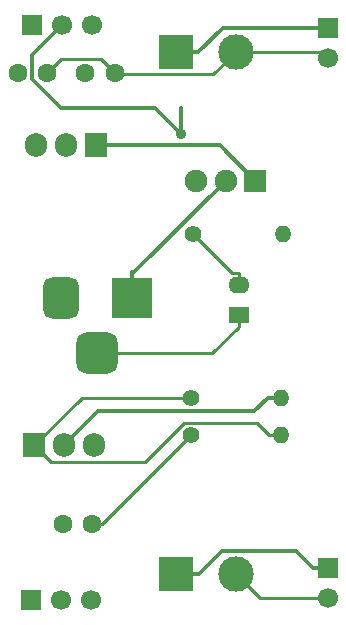
<source format=gbr>
%TF.GenerationSoftware,KiCad,Pcbnew,9.0.1*%
%TF.CreationDate,2025-04-29T00:54:00-03:00*%
%TF.ProjectId,Breadboard Power Supply,42726561-6462-46f6-9172-6420506f7765,rev?*%
%TF.SameCoordinates,Original*%
%TF.FileFunction,Copper,L2,Bot*%
%TF.FilePolarity,Positive*%
%FSLAX46Y46*%
G04 Gerber Fmt 4.6, Leading zero omitted, Abs format (unit mm)*
G04 Created by KiCad (PCBNEW 9.0.1) date 2025-04-29 00:54:00*
%MOMM*%
%LPD*%
G01*
G04 APERTURE LIST*
G04 Aperture macros list*
%AMRoundRect*
0 Rectangle with rounded corners*
0 $1 Rounding radius*
0 $2 $3 $4 $5 $6 $7 $8 $9 X,Y pos of 4 corners*
0 Add a 4 corners polygon primitive as box body*
4,1,4,$2,$3,$4,$5,$6,$7,$8,$9,$2,$3,0*
0 Add four circle primitives for the rounded corners*
1,1,$1+$1,$2,$3*
1,1,$1+$1,$4,$5*
1,1,$1+$1,$6,$7*
1,1,$1+$1,$8,$9*
0 Add four rect primitives between the rounded corners*
20,1,$1+$1,$2,$3,$4,$5,0*
20,1,$1+$1,$4,$5,$6,$7,0*
20,1,$1+$1,$6,$7,$8,$9,0*
20,1,$1+$1,$8,$9,$2,$3,0*%
G04 Aperture macros list end*
%TA.AperFunction,ComponentPad*%
%ADD10R,1.700000X1.700000*%
%TD*%
%TA.AperFunction,ComponentPad*%
%ADD11C,1.700000*%
%TD*%
%TA.AperFunction,ComponentPad*%
%ADD12R,3.500000X3.500000*%
%TD*%
%TA.AperFunction,ComponentPad*%
%ADD13RoundRect,0.750000X-0.750000X-1.000000X0.750000X-1.000000X0.750000X1.000000X-0.750000X1.000000X0*%
%TD*%
%TA.AperFunction,ComponentPad*%
%ADD14RoundRect,0.875000X-0.875000X-0.875000X0.875000X-0.875000X0.875000X0.875000X-0.875000X0.875000X0*%
%TD*%
%TA.AperFunction,ComponentPad*%
%ADD15C,1.600000*%
%TD*%
%TA.AperFunction,ComponentPad*%
%ADD16C,1.400000*%
%TD*%
%TA.AperFunction,ComponentPad*%
%ADD17O,1.400000X1.400000*%
%TD*%
%TA.AperFunction,ComponentPad*%
%ADD18R,1.900000X1.900000*%
%TD*%
%TA.AperFunction,ComponentPad*%
%ADD19C,1.900000*%
%TD*%
%TA.AperFunction,ComponentPad*%
%ADD20R,1.800000X1.400000*%
%TD*%
%TA.AperFunction,ComponentPad*%
%ADD21O,1.800000X1.400000*%
%TD*%
%TA.AperFunction,ComponentPad*%
%ADD22R,3.000000X3.000000*%
%TD*%
%TA.AperFunction,ComponentPad*%
%ADD23C,3.000000*%
%TD*%
%TA.AperFunction,ComponentPad*%
%ADD24R,1.905000X2.000000*%
%TD*%
%TA.AperFunction,ComponentPad*%
%ADD25O,1.905000X2.000000*%
%TD*%
%TA.AperFunction,ViaPad*%
%ADD26C,0.900000*%
%TD*%
%TA.AperFunction,Conductor*%
%ADD27C,0.250000*%
%TD*%
%TA.AperFunction,Conductor*%
%ADD28C,0.350000*%
%TD*%
G04 APERTURE END LIST*
D10*
%TO.P,J1,1,Pin_1*%
%TO.N,/PWR_OUT_BOTTOM*%
X179200000Y-47725000D03*
D11*
%TO.P,J1,2,Pin_2*%
%TO.N,GND*%
X179200000Y-50265000D03*
%TD*%
D12*
%TO.P,J5,1*%
%TO.N,/PWR_input*%
X162600000Y-70600000D03*
D13*
%TO.P,J5,2*%
%TO.N,GND*%
X156600000Y-70600000D03*
D14*
%TO.P,J5,3*%
X159600000Y-75300000D03*
%TD*%
D10*
%TO.P,J3,1,Pin_1*%
%TO.N,/5V*%
X154020000Y-96200000D03*
D11*
%TO.P,J3,2,Pin_2*%
%TO.N,/PWR_OUT_BOTTOM*%
X156560000Y-96200000D03*
%TO.P,J3,3,Pin_3*%
%TO.N,/3.3V*%
X159100000Y-96200000D03*
%TD*%
D15*
%TO.P,C1,1*%
%TO.N,/12V*%
X158600000Y-51600000D03*
%TO.P,C1,2*%
%TO.N,GND*%
X161100000Y-51600000D03*
%TD*%
D10*
%TO.P,J2,1,Pin_1*%
%TO.N,/PWR_OUT_TOP*%
X179200000Y-93500000D03*
D11*
%TO.P,J2,2,Pin_2*%
%TO.N,GND*%
X179200000Y-96040000D03*
%TD*%
D16*
%TO.P,R2,1*%
%TO.N,Net-(U2-ADJ)*%
X167580000Y-79100000D03*
D17*
%TO.P,R2,2*%
%TO.N,/3.3V*%
X175200000Y-79100000D03*
%TD*%
D16*
%TO.P,R3,1*%
%TO.N,GND*%
X167580000Y-82250000D03*
D17*
%TO.P,R3,2*%
%TO.N,Net-(U2-ADJ)*%
X175200000Y-82250000D03*
%TD*%
D18*
%TO.P,S1,1*%
%TO.N,/12V*%
X173000000Y-60700000D03*
D19*
%TO.P,S1,2*%
%TO.N,/PWR_input*%
X170500000Y-60700000D03*
%TO.P,S1,3*%
%TO.N,unconnected-(S1-Pad3)*%
X168000000Y-60700000D03*
%TD*%
D20*
%TO.P,D1,1,K*%
%TO.N,GND*%
X171600000Y-72040000D03*
D21*
%TO.P,D1,2,A*%
%TO.N,Net-(D1-A)*%
X171600000Y-69500000D03*
%TD*%
D15*
%TO.P,C2,1*%
%TO.N,/3.3V*%
X156700000Y-89800000D03*
%TO.P,C2,2*%
%TO.N,GND*%
X159200000Y-89800000D03*
%TD*%
D10*
%TO.P,J6,1,Pin_1*%
%TO.N,/5V*%
X154120000Y-47500000D03*
D11*
%TO.P,J6,2,Pin_2*%
%TO.N,/PWR_OUT_TOP*%
X156660000Y-47500000D03*
%TO.P,J6,3,Pin_3*%
%TO.N,/3.3V*%
X159200000Y-47500000D03*
%TD*%
D22*
%TO.P,J7,1,Pin_1*%
%TO.N,/PWR_OUT_TOP*%
X166320000Y-94000000D03*
D23*
%TO.P,J7,2,Pin_2*%
%TO.N,GND*%
X171400000Y-94000000D03*
%TD*%
D24*
%TO.P,U1,1,VI*%
%TO.N,/12V*%
X159500000Y-57700000D03*
D25*
%TO.P,U1,2,GND*%
%TO.N,GND*%
X156960000Y-57700000D03*
%TO.P,U1,3,VO*%
%TO.N,/5V*%
X154420000Y-57700000D03*
%TD*%
D24*
%TO.P,U2,1,ADJ*%
%TO.N,Net-(U2-ADJ)*%
X154320000Y-83100000D03*
D25*
%TO.P,U2,2,VO*%
%TO.N,/3.3V*%
X156860000Y-83100000D03*
%TO.P,U2,3,VI*%
%TO.N,/12V*%
X159400000Y-83100000D03*
%TD*%
D16*
%TO.P,R1,1*%
%TO.N,Net-(D1-A)*%
X167780000Y-65200000D03*
D17*
%TO.P,R1,2*%
%TO.N,/12V*%
X175400000Y-65200000D03*
%TD*%
D15*
%TO.P,C3,1*%
%TO.N,/5V*%
X152900000Y-51600000D03*
%TO.P,C3,2*%
%TO.N,GND*%
X155400000Y-51600000D03*
%TD*%
D22*
%TO.P,J4,1,Pin_1*%
%TO.N,/PWR_OUT_BOTTOM*%
X166260000Y-49800000D03*
D23*
%TO.P,J4,2,Pin_2*%
%TO.N,GND*%
X171340000Y-49800000D03*
%TD*%
D26*
%TO.N,/PWR_OUT_TOP*%
X166723300Y-56762500D03*
%TD*%
D27*
%TO.N,GND*%
X161100000Y-51600000D02*
X159923000Y-50423300D01*
X159600000Y-75300000D02*
X169367000Y-75300000D01*
X159923000Y-50423300D02*
X156577000Y-50423300D01*
X169463000Y-51676700D02*
X171340000Y-49800000D01*
X161100000Y-51600000D02*
X161177000Y-51676700D01*
X156577000Y-50423300D02*
X155400000Y-51600000D01*
X171400000Y-94000000D02*
X173440000Y-96040000D01*
X169367000Y-75300000D02*
X171600000Y-73066700D01*
X173440000Y-96040000D02*
X179200000Y-96040000D01*
X171600000Y-72040000D02*
X171600000Y-73066700D01*
X167580000Y-82250000D02*
X160030000Y-89800000D01*
X160030000Y-89800000D02*
X159200000Y-89800000D01*
X171340000Y-49800000D02*
X178735000Y-49800000D01*
X161177000Y-51676700D02*
X169463000Y-51676700D01*
X178735000Y-49800000D02*
X179200000Y-50265000D01*
D28*
%TO.N,/12V*%
X170000000Y-57700000D02*
X159500000Y-57700000D01*
X173000000Y-60700000D02*
X170000000Y-57700000D01*
%TO.N,/3.3V*%
X174073000Y-79100000D02*
X172947000Y-80226700D01*
X159733000Y-80226700D02*
X156860000Y-83100000D01*
X172947000Y-80226700D02*
X159733000Y-80226700D01*
X175200000Y-79100000D02*
X174073000Y-79100000D01*
D27*
%TO.N,Net-(D1-A)*%
X171053000Y-68473300D02*
X167780000Y-65200000D01*
X171600000Y-68473300D02*
X171053000Y-68473300D01*
X171600000Y-69500000D02*
X171600000Y-68473300D01*
D28*
%TO.N,/PWR_input*%
X162777000Y-68423300D02*
X170500000Y-60700000D01*
X162600000Y-70600000D02*
X162600000Y-68423300D01*
X162600000Y-68423300D02*
X162777000Y-68423300D01*
D27*
%TO.N,Net-(U2-ADJ)*%
X174173000Y-82250000D02*
X173147000Y-81223300D01*
X155742000Y-84521700D02*
X154320000Y-83100000D01*
X163708000Y-84521700D02*
X155742000Y-84521700D01*
X175200000Y-82250000D02*
X174173000Y-82250000D01*
X167580000Y-79100000D02*
X158320000Y-79100000D01*
X167007000Y-81223300D02*
X163708000Y-84521700D01*
X173147000Y-81223300D02*
X167007000Y-81223300D01*
X158320000Y-79100000D02*
X154320000Y-83100000D01*
D28*
%TO.N,/PWR_OUT_BOTTOM*%
X166260000Y-49800000D02*
X168186700Y-49800000D01*
X179200000Y-47725000D02*
X170261700Y-47725000D01*
X170261700Y-47725000D02*
X168186700Y-49800000D01*
%TO.N,/PWR_OUT_TOP*%
X166723300Y-54532600D02*
X166723300Y-56762500D01*
X179200000Y-93500000D02*
X177923300Y-93500000D01*
X176454500Y-92031200D02*
X177923300Y-93500000D01*
X156660000Y-47500000D02*
X154150000Y-50010000D01*
X154150000Y-50010000D02*
X154150000Y-52103400D01*
X154150000Y-52103400D02*
X156579200Y-54532600D01*
X164493400Y-54532600D02*
X166723300Y-56762500D01*
X156579200Y-54532600D02*
X164493400Y-54532600D01*
X166320000Y-94000000D02*
X168246700Y-94000000D01*
X170215500Y-92031200D02*
X176454500Y-92031200D01*
X168246700Y-94000000D02*
X170215500Y-92031200D01*
X166723300Y-56762500D02*
X166723300Y-54532600D01*
%TD*%
M02*

</source>
